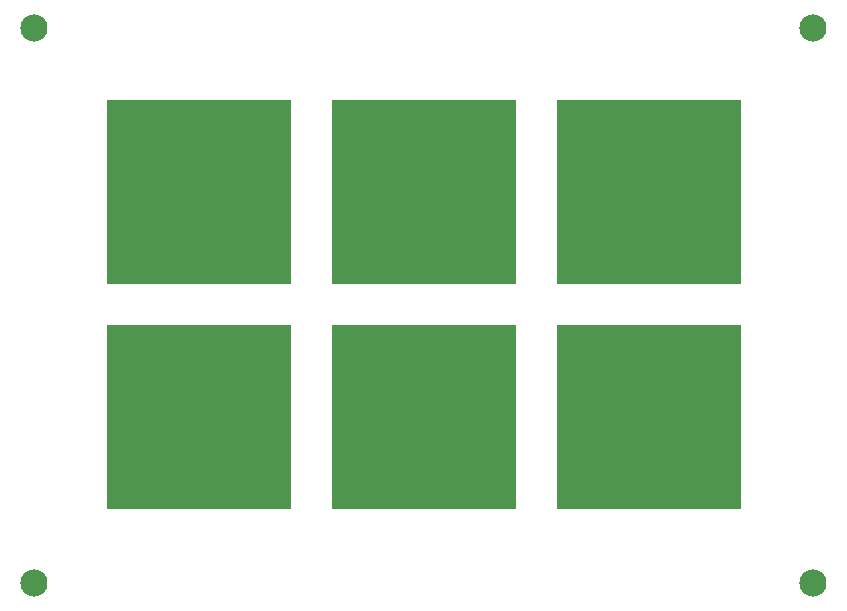
<source format=gbr>
%TF.GenerationSoftware,Altium Limited,Altium Designer,20.1.12 (249)*%
G04 Layer_Color=8388736*
%FSLAX26Y26*%
%MOIN*%
%TF.SameCoordinates,71B6AE89-9338-4103-9D56-E4713A122201*%
%TF.FilePolarity,Negative*%
%TF.FileFunction,Soldermask,Top*%
%TF.Part,Single*%
G01*
G75*
%TA.AperFunction,ViaPad*%
%ADD12R,0.618236X0.618236*%
%ADD13C,0.090677*%
D12*
X708661Y1459055D02*
D03*
X2207087D02*
D03*
X708661Y709842D02*
D03*
X2207087D02*
D03*
X1457874Y1459055D02*
D03*
Y709842D02*
D03*
D13*
X2755905Y157480D02*
D03*
Y2007874D02*
D03*
X157480Y157480D02*
D03*
Y2007874D02*
D03*
%TF.MD5,ce449b168eefc683e7857cae3e6c117f*%
M02*

</source>
